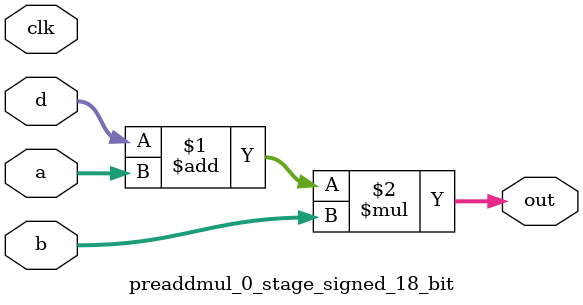
<source format=sv>
(* use_dsp = "yes" *) module preaddmul_0_stage_signed_18_bit(
	input signed [17:0] a,
	input signed [17:0] b,
	input signed [17:0] d,
	output [17:0] out,
	input clk);

	assign out = (d + a) * b;
endmodule

</source>
